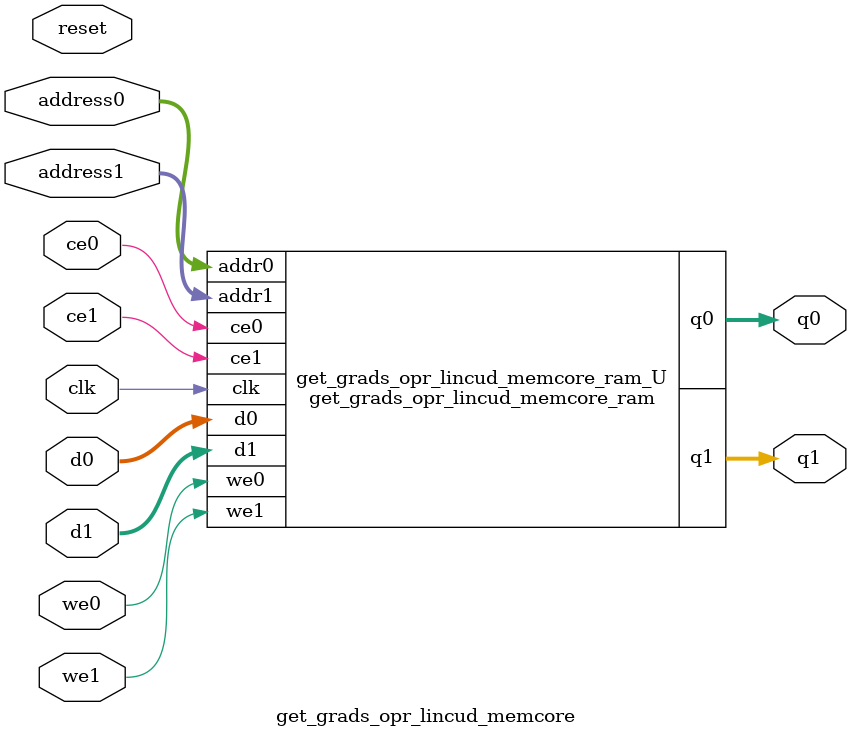
<source format=v>

`timescale 1 ns / 1 ps
module get_grads_opr_lincud_memcore_ram (addr0, ce0, d0, we0, q0, addr1, ce1, d1, we1, q1,  clk);

parameter DWIDTH = 8;
parameter AWIDTH = 11;
parameter MEM_SIZE = 1280;

input[AWIDTH-1:0] addr0;
input ce0;
input[DWIDTH-1:0] d0;
input we0;
output reg[DWIDTH-1:0] q0;
input[AWIDTH-1:0] addr1;
input ce1;
input[DWIDTH-1:0] d1;
input we1;
output reg[DWIDTH-1:0] q1;
input clk;

(* ram_style = "block" *)reg [DWIDTH-1:0] ram[0:MEM_SIZE-1];




always @(posedge clk)  
begin 
    if (ce0) 
    begin
        if (we0) 
        begin 
            ram[addr0] <= d0; 
            q0 <= d0;
        end 
        else 
            q0 <= ram[addr0];
    end
end


always @(posedge clk)  
begin 
    if (ce1) 
    begin
        if (we1) 
        begin 
            ram[addr1] <= d1; 
            q1 <= d1;
        end 
        else 
            q1 <= ram[addr1];
    end
end


endmodule


`timescale 1 ns / 1 ps
module get_grads_opr_lincud_memcore(
    reset,
    clk,
    address0,
    ce0,
    we0,
    d0,
    q0,
    address1,
    ce1,
    we1,
    d1,
    q1);

parameter DataWidth = 32'd8;
parameter AddressRange = 32'd1280;
parameter AddressWidth = 32'd11;
input reset;
input clk;
input[AddressWidth - 1:0] address0;
input ce0;
input we0;
input[DataWidth - 1:0] d0;
output[DataWidth - 1:0] q0;
input[AddressWidth - 1:0] address1;
input ce1;
input we1;
input[DataWidth - 1:0] d1;
output[DataWidth - 1:0] q1;



get_grads_opr_lincud_memcore_ram get_grads_opr_lincud_memcore_ram_U(
    .clk( clk ),
    .addr0( address0 ),
    .ce0( ce0 ),
    .d0( d0 ),
    .we0( we0 ),
    .q0( q0 ),
    .addr1( address1 ),
    .ce1( ce1 ),
    .d1( d1 ),
    .we1( we1 ),
    .q1( q1 ));

endmodule


</source>
